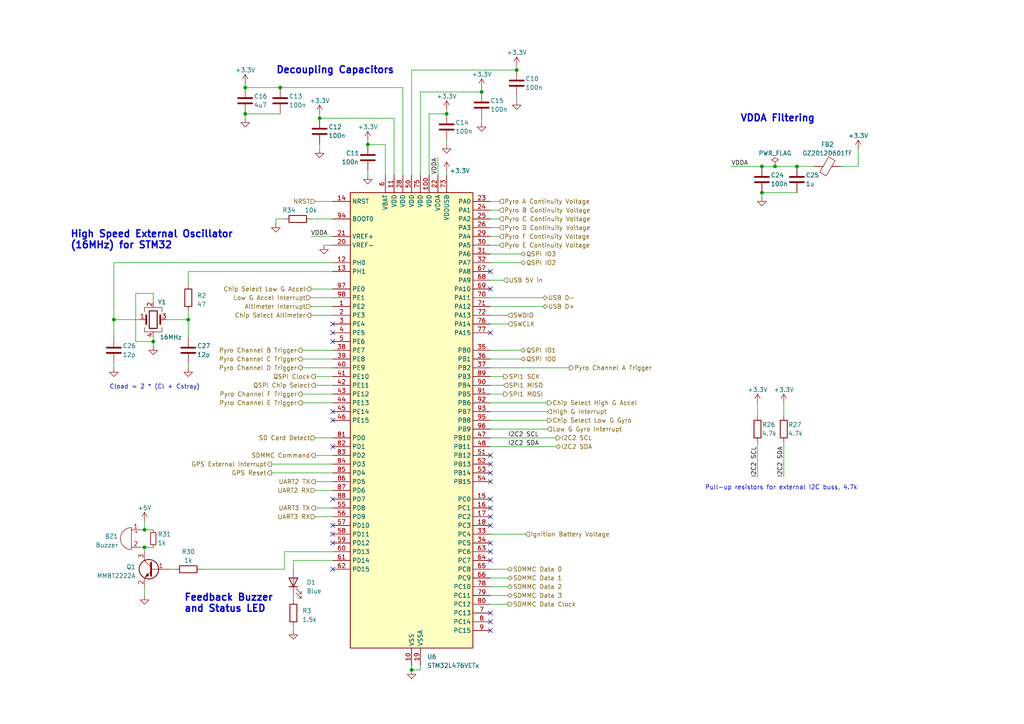
<source format=kicad_sch>
(kicad_sch (version 20230121) (generator eeschema)
  (paper "A4")
  (title_block (title "STM32 Microcontroller and Supporting Circuitry") (date "2023-09-29") (rev "1"))
  (lib_symbols
    (symbol "Device:Buzzer" (pin_names (offset 0.0254) hide)
      (property "Reference" "BZ" (at 3.81 1.27 0))
      (property "Value" "Buzzer" (at 3.81 -1.27 0))
      (symbol "Buzzer_0_1"
        (arc (start 0 -3.175) (mid 3.1612 0) (end 0 3.175))
        (polyline (pts (xy -1.651 1.905) (xy -1.143 1.905)))
        (polyline (pts (xy -1.397 2.159) (xy -1.397 1.651)))
        (polyline (pts (xy 0 3.175) (xy 0 -3.175)))
      )
      (symbol "Buzzer_1_1"
        (pin passive line (at -2.54 2.54 0) (length 2.54) (name "-") (number "1"))
        (pin passive line (at -2.54 -2.54 0) (length 2.54) (name "+") (number "2"))
      )
    )
    (symbol "Device:C" (pin_numbers hide) (pin_names (offset 0.254))
      (property "Reference" "C" (at 0.635 2.54 0))
      (property "Value" "C" (at 0.635 -2.54 0))
      (symbol "C_0_1"
        (polyline (pts (xy -2.032 -0.762) (xy 2.032 -0.762)) (stroke (width 0.508)))
        (polyline (pts (xy -2.032 0.762) (xy 2.032 0.762)) (stroke (width 0.508)))
      )
      (symbol "C_1_1"
        (pin passive line (at 0 3.81 270) (length 2.794) (name "~") (number "1"))
        (pin passive line (at 0 -3.81 90) (length 2.794) (name "~") (number "2"))
      )
    )
    (symbol "Device:Crystal_GND24" (pin_names (offset 1.016) hide)
      (property "Reference" "Y" (at 3.175 5.08 0))
      (property "Value" "Crystal_GND24" (at 3.175 3.175 0))
      (symbol "Crystal_GND24_0_1"
        (rectangle (start -1.143 2.54) (end 1.143 -2.54) (stroke (width 0.3048)))
        (polyline (pts (xy -2.54 0) (xy -2.032 0)))
        (polyline (pts (xy -2.032 -1.27) (xy -2.032 1.27)) (stroke (width 0.508)))
        (polyline (pts (xy 0 -3.81) (xy 0 -3.556)))
        (polyline (pts (xy 0 3.556) (xy 0 3.81)))
        (polyline (pts (xy 2.032 -1.27) (xy 2.032 1.27)) (stroke (width 0.508)))
        (polyline (pts (xy 2.032 0) (xy 2.54 0)))
        (polyline (pts (xy -2.54 -2.286) (xy -2.54 -3.556) (xy 2.54 -3.556) (xy 2.54 -2.286)))
        (polyline (pts (xy -2.54 2.286) (xy -2.54 3.556) (xy 2.54 3.556) (xy 2.54 2.286)))
      )
      (symbol "Crystal_GND24_1_1"
        (pin passive line (at -3.81 0 0) (length 1.27) (name "1") (number "1"))
        (pin passive line (at 0 5.08 270) (length 1.27) (name "2") (number "2"))
        (pin passive line (at 3.81 0 180) (length 1.27) (name "3") (number "3"))
        (pin passive line (at 0 -5.08 90) (length 1.27) (name "4") (number "4"))
      )
    )
    (symbol "Device:FerriteBead" (pin_numbers hide) (pin_names (offset 0))
      (property "Reference" "FB" (at -3.81 0.635 90))
      (property "Value" "FerriteBead" (at 3.81 0 90))
      (symbol "FerriteBead_0_1"
        (polyline (pts (xy 0 -1.27) (xy 0 -1.2192)))
        (polyline (pts (xy 0 1.27) (xy 0 1.2954)))
        (polyline (pts (xy -2.7686 0.4064) (xy -1.7018 2.2606) (xy 2.7686 -0.3048) (xy 1.6764 -2.159) (xy -2.7686 0.4064)))
      )
      (symbol "FerriteBead_1_1"
        (pin passive line (at 0 3.81 270) (length 2.54) (name "~") (number "1"))
        (pin passive line (at 0 -3.81 90) (length 2.54) (name "~") (number "2"))
      )
    )
    (symbol "Device:LED" (pin_numbers hide) (pin_names (offset 1.016) hide)
      (property "Reference" "D" (at 0 2.54 0))
      (property "Value" "LED" (at 0 -2.54 0))
      (symbol "LED_0_1"
        (polyline (pts (xy -1.27 -1.27) (xy -1.27 1.27)) (stroke (width 0.254)))
        (polyline (pts (xy -1.27 0) (xy 1.27 0)))
        (polyline (pts (xy 1.27 -1.27) (xy 1.27 1.27) (xy -1.27 0) (xy 1.27 -1.27)) (stroke (width 0.254)))
        (polyline (pts (xy -3.048 -0.762) (xy -4.572 -2.286) (xy -3.81 -2.286) (xy -4.572 -2.286) (xy -4.572 -1.524)))
        (polyline (pts (xy -1.778 -0.762) (xy -3.302 -2.286) (xy -2.54 -2.286) (xy -3.302 -2.286) (xy -3.302 -1.524)))
      )
      (symbol "LED_1_1"
        (pin passive line (at -3.81 0 0) (length 2.54) (name "K") (number "1"))
        (pin passive line (at 3.81 0 180) (length 2.54) (name "A") (number "2"))
      )
    )
    (symbol "Device:R" (pin_numbers hide) (pin_names (offset 0))
      (property "Reference" "R" (at 2.032 0 90))
      (property "Value" "R" (at 0 0 90))
      (symbol "R_0_1"
        (rectangle (start -1.016 -2.54) (end 1.016 2.54) (stroke (width 0.254)))
      )
      (symbol "R_1_1"
        (pin passive line (at 0 3.81 270) (length 1.27) (name "~") (number "1"))
        (pin passive line (at 0 -3.81 90) (length 1.27) (name "~") (number "2"))
      )
    )
    (symbol "Device:R_Small" (pin_numbers hide) (pin_names (offset 0.254) hide)
      (property "Reference" "R" (at 0.762 0.508 0))
      (property "Value" "R_Small" (at 0.762 -1.016 0))
      (symbol "R_Small_0_1"
        (rectangle (start -0.762 1.778) (end 0.762 -1.778) (stroke (width 0.2032)))
      )
      (symbol "R_Small_1_1"
        (pin passive line (at 0 2.54 270) (length 0.762) (name "~") (number "1"))
        (pin passive line (at 0 -2.54 90) (length 0.762) (name "~") (number "2"))
      )
    )
    (symbol "MCU_ST_STM32L4:STM32L476VETx"
      (property "Reference" "U" (at -17.78 67.31 0))
      (property "Value" "STM32L476VETx" (at 12.7 67.31 0))
      (symbol "STM32L476VETx_0_1"
        (rectangle (start -17.78 -66.04) (end 17.78 66.04) (stroke (width 0.254)) (fill (type background)))
      )
      (symbol "STM32L476VETx_1_1"
        (pin bidirectional line (at -22.86 33.02 0) (length 5.08) (name "PE2") (number "1"))
        (pin power_in line (at 0 -71.12 90) (length 5.08) (name "VSS") (number "10"))
        (pin power_in line (at 5.08 71.12 270) (length 5.08) (name "VDD") (number "100"))
        (pin power_in line (at -5.08 71.12 270) (length 5.08) (name "VDD") (number "11"))
        (pin bidirectional line (at -22.86 45.72 0) (length 5.08) (name "PH0") (number "12"))
        (pin bidirectional line (at -22.86 43.18 0) (length 5.08) (name "PH1") (number "13"))
        (pin input line (at -22.86 63.5 0) (length 5.08) (name "NRST") (number "14"))
        (pin bidirectional line (at 22.86 -22.86 180) (length 5.08) (name "PC0") (number "15"))
        (pin bidirectional line (at 22.86 -25.4 180) (length 5.08) (name "PC1") (number "16"))
        (pin bidirectional line (at 22.86 -27.94 180) (length 5.08) (name "PC2") (number "17"))
        (pin bidirectional line (at 22.86 -30.48 180) (length 5.08) (name "PC3") (number "18"))
        (pin power_in line (at 2.54 -71.12 90) (length 5.08) (name "VSSA") (number "19"))
        (pin bidirectional line (at -22.86 30.48 0) (length 5.08) (name "PE3") (number "2"))
        (pin input line (at -22.86 50.8 0) (length 5.08) (name "VREF-") (number "20"))
        (pin input line (at -22.86 53.34 0) (length 5.08) (name "VREF+") (number "21"))
        (pin power_in line (at 7.62 71.12 270) (length 5.08) (name "VDDA") (number "22"))
        (pin bidirectional line (at 22.86 63.5 180) (length 5.08) (name "PA0") (number "23"))
        (pin bidirectional line (at 22.86 60.96 180) (length 5.08) (name "PA1") (number "24"))
        (pin bidirectional line (at 22.86 58.42 180) (length 5.08) (name "PA2") (number "25"))
        (pin bidirectional line (at 22.86 55.88 180) (length 5.08) (name "PA3") (number "26"))
        (pin passive line (at 0 -71.12 90) (length 5.08) hide (name "VSS") (number "27"))
        (pin power_in line (at -2.54 71.12 270) (length 5.08) (name "VDD") (number "28"))
        (pin bidirectional line (at 22.86 53.34 180) (length 5.08) (name "PA4") (number "29"))
        (pin bidirectional line (at -22.86 27.94 0) (length 5.08) (name "PE4") (number "3"))
        (pin bidirectional line (at 22.86 50.8 180) (length 5.08) (name "PA5") (number "30"))
        (pin bidirectional line (at 22.86 48.26 180) (length 5.08) (name "PA6") (number "31"))
        (pin bidirectional line (at 22.86 45.72 180) (length 5.08) (name "PA7") (number "32"))
        (pin bidirectional line (at 22.86 -33.02 180) (length 5.08) (name "PC4") (number "33"))
        (pin bidirectional line (at 22.86 -35.56 180) (length 5.08) (name "PC5") (number "34"))
        (pin bidirectional line (at 22.86 20.32 180) (length 5.08) (name "PB0") (number "35"))
        (pin bidirectional line (at 22.86 17.78 180) (length 5.08) (name "PB1") (number "36"))
        (pin bidirectional line (at 22.86 15.24 180) (length 5.08) (name "PB2") (number "37"))
        (pin bidirectional line (at -22.86 20.32 0) (length 5.08) (name "PE7") (number "38"))
        (pin bidirectional line (at -22.86 17.78 0) (length 5.08) (name "PE8") (number "39"))
        (pin bidirectional line (at -22.86 25.4 0) (length 5.08) (name "PE5") (number "4"))
        (pin bidirectional line (at -22.86 15.24 0) (length 5.08) (name "PE9") (number "40"))
        (pin bidirectional line (at -22.86 12.7 0) (length 5.08) (name "PE10") (number "41"))
        (pin bidirectional line (at -22.86 10.16 0) (length 5.08) (name "PE11") (number "42"))
        (pin bidirectional line (at -22.86 7.62 0) (length 5.08) (name "PE12") (number "43"))
        (pin bidirectional line (at -22.86 5.08 0) (length 5.08) (name "PE13") (number "44"))
        (pin bidirectional line (at -22.86 2.54 0) (length 5.08) (name "PE14") (number "45"))
        (pin bidirectional line (at -22.86 0 0) (length 5.08) (name "PE15") (number "46"))
        (pin bidirectional line (at 22.86 -5.08 180) (length 5.08) (name "PB10") (number "47"))
        (pin bidirectional line (at 22.86 -7.62 180) (length 5.08) (name "PB11") (number "48"))
        (pin passive line (at 0 -71.12 90) (length 5.08) hide (name "VSS") (number "49"))
        (pin bidirectional line (at -22.86 22.86 0) (length 5.08) (name "PE6") (number "5"))
        (pin power_in line (at 0 71.12 270) (length 5.08) (name "VDD") (number "50"))
        (pin bidirectional line (at 22.86 -10.16 180) (length 5.08) (name "PB12") (number "51"))
        (pin bidirectional line (at 22.86 -12.7 180) (length 5.08) (name "PB13") (number "52"))
        (pin bidirectional line (at 22.86 -15.24 180) (length 5.08) (name "PB14") (number "53"))
        (pin bidirectional line (at 22.86 -17.78 180) (length 5.08) (name "PB15") (number "54"))
        (pin bidirectional line (at -22.86 -25.4 0) (length 5.08) (name "PD8") (number "55"))
        (pin bidirectional line (at -22.86 -27.94 0) (length 5.08) (name "PD9") (number "56"))
        (pin bidirectional line (at -22.86 -30.48 0) (length 5.08) (name "PD10") (number "57"))
        (pin bidirectional line (at -22.86 -33.02 0) (length 5.08) (name "PD11") (number "58"))
        (pin bidirectional line (at -22.86 -35.56 0) (length 5.08) (name "PD12") (number "59"))
        (pin power_in line (at -7.62 71.12 270) (length 5.08) (name "VBAT") (number "6"))
        (pin bidirectional line (at -22.86 -38.1 0) (length 5.08) (name "PD13") (number "60"))
        (pin bidirectional line (at -22.86 -40.64 0) (length 5.08) (name "PD14") (number "61"))
        (pin bidirectional line (at -22.86 -43.18 0) (length 5.08) (name "PD15") (number "62"))
        (pin bidirectional line (at 22.86 -38.1 180) (length 5.08) (name "PC6") (number "63"))
        (pin bidirectional line (at 22.86 -40.64 180) (length 5.08) (name "PC7") (number "64"))
        (pin bidirectional line (at 22.86 -43.18 180) (length 5.08) (name "PC8") (number "65"))
        (pin bidirectional line (at 22.86 -45.72 180) (length 5.08) (name "PC9") (number "66"))
        (pin bidirectional line (at 22.86 43.18 180) (length 5.08) (name "PA8") (number "67"))
        (pin bidirectional line (at 22.86 40.64 180) (length 5.08) (name "PA9") (number "68"))
        (pin bidirectional line (at 22.86 38.1 180) (length 5.08) (name "PA10") (number "69"))
        (pin bidirectional line (at 22.86 -55.88 180) (length 5.08) (name "PC13") (number "7"))
        (pin bidirectional line (at 22.86 35.56 180) (length 5.08) (name "PA11") (number "70"))
        (pin bidirectional line (at 22.86 33.02 180) (length 5.08) (name "PA12") (number "71"))
        (pin bidirectional line (at 22.86 30.48 180) (length 5.08) (name "PA13") (number "72"))
        (pin power_in line (at 10.16 71.12 270) (length 5.08) (name "VDDUSB") (number "73"))
        (pin passive line (at 0 -71.12 90) (length 5.08) hide (name "VSS") (number "74"))
        (pin power_in line (at 2.54 71.12 270) (length 5.08) (name "VDD") (number "75"))
        (pin bidirectional line (at 22.86 27.94 180) (length 5.08) (name "PA14") (number "76"))
        (pin bidirectional line (at 22.86 25.4 180) (length 5.08) (name "PA15") (number "77"))
        (pin bidirectional line (at 22.86 -48.26 180) (length 5.08) (name "PC10") (number "78"))
        (pin bidirectional line (at 22.86 -50.8 180) (length 5.08) (name "PC11") (number "79"))
        (pin bidirectional line (at 22.86 -58.42 180) (length 5.08) (name "PC14") (number "8"))
        (pin bidirectional line (at 22.86 -53.34 180) (length 5.08) (name "PC12") (number "80"))
        (pin bidirectional line (at -22.86 -5.08 0) (length 5.08) (name "PD0") (number "81"))
        (pin bidirectional line (at -22.86 -7.62 0) (length 5.08) (name "PD1") (number "82"))
        (pin bidirectional line (at -22.86 -10.16 0) (length 5.08) (name "PD2") (number "83"))
        (pin bidirectional line (at -22.86 -12.7 0) (length 5.08) (name "PD3") (number "84"))
        (pin bidirectional line (at -22.86 -15.24 0) (length 5.08) (name "PD4") (number "85"))
        (pin bidirectional line (at -22.86 -17.78 0) (length 5.08) (name "PD5") (number "86"))
        (pin bidirectional line (at -22.86 -20.32 0) (length 5.08) (name "PD6") (number "87"))
        (pin bidirectional line (at -22.86 -22.86 0) (length 5.08) (name "PD7") (number "88"))
        (pin bidirectional line (at 22.86 12.7 180) (length 5.08) (name "PB3") (number "89"))
        (pin bidirectional line (at 22.86 -60.96 180) (length 5.08) (name "PC15") (number "9"))
        (pin bidirectional line (at 22.86 10.16 180) (length 5.08) (name "PB4") (number "90"))
        (pin bidirectional line (at 22.86 7.62 180) (length 5.08) (name "PB5") (number "91"))
        (pin bidirectional line (at 22.86 5.08 180) (length 5.08) (name "PB6") (number "92"))
        (pin bidirectional line (at 22.86 2.54 180) (length 5.08) (name "PB7") (number "93"))
        (pin input line (at -22.86 58.42 0) (length 5.08) (name "BOOT0") (number "94"))
        (pin bidirectional line (at 22.86 0 180) (length 5.08) (name "PB8") (number "95"))
        (pin bidirectional line (at 22.86 -2.54 180) (length 5.08) (name "PB9") (number "96"))
        (pin bidirectional line (at -22.86 38.1 0) (length 5.08) (name "PE0") (number "97"))
        (pin bidirectional line (at -22.86 35.56 0) (length 5.08) (name "PE1") (number "98"))
        (pin passive line (at 0 -71.12 90) (length 5.08) hide (name "VSS") (number "99"))
      )
    )
    (symbol "Transistor_BJT:MMBT3904" (pin_names (offset 0) hide)
      (property "Reference" "Q" (at 5.08 1.905 0))
      (property "Value" "MMBT3904" (at 5.08 0 0))
      (symbol "MMBT3904_0_1"
        (polyline (pts (xy 0.635 0.635) (xy 2.54 2.54)))
        (polyline (pts (xy 0.635 -0.635) (xy 2.54 -2.54) (xy 2.54 -2.54)))
        (polyline (pts (xy 0.635 1.905) (xy 0.635 -1.905) (xy 0.635 -1.905)) (stroke (width 0.508)))
        (polyline (pts (xy 1.27 -1.778) (xy 1.778 -1.27) (xy 2.286 -2.286) (xy 1.27 -1.778) (xy 1.27 -1.778)) (fill (type outline)))
        (circle (center 1.27 0) (radius 2.8194) (stroke (width 0.254)))
      )
      (symbol "MMBT3904_1_1"
        (pin input line (at -5.08 0 0) (length 5.715) (name "B") (number "1"))
        (pin passive line (at 2.54 -5.08 90) (length 2.54) (name "E") (number "2"))
        (pin passive line (at 2.54 5.08 270) (length 2.54) (name "C") (number "3"))
      )
    )
    (symbol "power:+3.3V" (power) (pin_names (offset 0))
      (property "Value" "+3.3V" (at 0 3.556 0))
      (symbol "+3.3V_0_1"
        (polyline (pts (xy -0.762 1.27) (xy 0 2.54)))
        (polyline (pts (xy 0 0) (xy 0 2.54)))
        (polyline (pts (xy 0 2.54) (xy 0.762 1.27)))
      )
      (symbol "+3.3V_1_1"
        (pin power_in line (at 0 0 90) (length 0) hide (name "+3.3V") (number "1"))
      )
    )
    (symbol "power:+5V" (power) (pin_names (offset 0))
      (property "Value" "+5V" (at 0 3.556 0))
      (symbol "+5V_0_1"
        (polyline (pts (xy -0.762 1.27) (xy 0 2.54)))
        (polyline (pts (xy 0 0) (xy 0 2.54)))
        (polyline (pts (xy 0 2.54) (xy 0.762 1.27)))
      )
      (symbol "+5V_1_1"
        (pin power_in line (at 0 0 90) (length 0) hide (name "+5V") (number "1"))
      )
    )
    (symbol "power:GND" (power) (pin_names (offset 0))
      (property "Value" "GND" (at 0 -3.81 0))
      (symbol "GND_0_1"
        (polyline (pts (xy 0 0) (xy 0 -1.27) (xy 1.27 -1.27) (xy 0 -2.54) (xy -1.27 -1.27) (xy 0 -1.27)))
      )
      (symbol "GND_1_1"
        (pin power_in line (at 0 0 270) (length 0) hide (name "GND") (number "1"))
      )
    )
    (symbol "power:PWR_FLAG" (power) (pin_numbers hide) (pin_names (offset 0) hide)
      (property "Value" "PWR_FLAG" (at 0 3.81 0))
      (symbol "PWR_FLAG_0_0"
        (pin power_out line (at 0 0 90) (length 0) (name "pwr") (number "1"))
      )
      (symbol "PWR_FLAG_0_1"
        (polyline (pts (xy 0 0) (xy 0 1.27) (xy -1.016 1.905) (xy 0 2.54) (xy 1.016 1.905) (xy 0 1.27)))
      )
    )
  )
  (junction (at 71.12 25.4))
  (junction (at 231.14 48.26))
  (junction (at 224.79 48.26))
  (junction (at 139.7 26.67))
  (junction (at 119.38 194.31))
  (junction (at 33.02 92.71))
  (junction (at 220.98 48.26))
  (junction (at 41.91 153.67))
  (junction (at 81.28 25.4))
  (junction (at 129.54 33.02))
  (junction (at 106.68 41.91))
  (junction (at 220.98 55.88))
  (junction (at 71.12 33.02))
  (junction (at 41.91 158.75))
  (junction (at 149.86 20.32))
  (junction (at 44.45 99.06))
  (junction (at 54.61 92.71))
  (junction (at 92.71 34.29))
  (no_connect (at 96.52 154.94))
  (no_connect (at 96.52 93.98))
  (no_connect (at 142.24 144.78))
  (no_connect (at 142.24 180.34))
  (no_connect (at 142.24 162.56))
  (no_connect (at 96.52 165.1))
  (no_connect (at 142.24 177.8))
  (no_connect (at 142.24 149.86))
  (no_connect (at 96.52 121.92))
  (no_connect (at 96.52 119.38))
  (no_connect (at 142.24 132.08))
  (no_connect (at 142.24 78.74))
  (no_connect (at 142.24 96.52))
  (no_connect (at 142.24 137.16))
  (no_connect (at 96.52 99.06))
  (no_connect (at 142.24 182.88))
  (no_connect (at 142.24 134.62))
  (no_connect (at 142.24 152.4))
  (no_connect (at 96.52 152.4))
  (no_connect (at 96.52 157.48))
  (no_connect (at 142.24 157.48))
  (no_connect (at 142.24 83.82))
  (no_connect (at 96.52 96.52))
  (no_connect (at 96.52 144.78))
  (no_connect (at 96.52 129.54))
  (no_connect (at 142.24 139.7))
  (no_connect (at 142.24 160.02))
  (no_connect (at 142.24 147.32))
  (wire (pts (xy 111.76 41.91) (xy 106.68 41.91)))
  (wire (pts (xy 121.92 193.04) (xy 121.92 194.31)))
  (wire (pts (xy 224.79 48.26) (xy 231.14 48.26)))
  (wire (pts (xy 149.86 27.94) (xy 149.86 29.21)))
  (wire (pts (xy 142.24 119.38) (xy 158.75 119.38)))
  (wire (pts (xy 92.71 41.91) (xy 92.71 43.18)))
  (wire (pts (xy 91.44 149.86) (xy 96.52 149.86)))
  (wire (pts (xy 142.24 71.12) (xy 144.78 71.12)))
  (wire (pts (xy 71.12 33.02) (xy 81.28 33.02)))
  (wire (pts (xy 90.17 63.5) (xy 96.52 63.5)))
  (wire (pts (xy 227.33 128.27) (xy 227.33 138.43)))
  (wire (pts (xy 121.92 50.8) (xy 121.92 26.67)))
  (wire (pts (xy 114.3 34.29) (xy 92.71 34.29)))
  (wire (pts (xy 142.24 104.14) (xy 151.13 104.14)))
  (wire (pts (xy 121.92 26.67) (xy 139.7 26.67)))
  (wire (pts (xy 41.91 170.18) (xy 41.91 172.72)))
  (wire (pts (xy 227.33 116.84) (xy 227.33 120.65)))
  (wire (pts (xy 142.24 109.22) (xy 146.05 109.22)))
  (wire (pts (xy 142.24 111.76) (xy 146.05 111.76)))
  (wire (pts (xy 54.61 78.74) (xy 54.61 82.55)))
  (wire (pts (xy 78.74 137.16) (xy 96.52 137.16)))
  (wire (pts (xy 91.44 58.42) (xy 96.52 58.42)))
  (wire (pts (xy 231.14 48.26) (xy 236.22 48.26)))
  (wire (pts (xy 149.86 19.05) (xy 149.86 20.32)))
  (wire (pts (xy 142.24 76.2) (xy 151.13 76.2)))
  (wire (pts (xy 142.24 127) (xy 161.29 127)))
  (wire (pts (xy 33.02 105.41) (xy 33.02 106.68)))
  (wire (pts (xy 71.12 25.4) (xy 81.28 25.4)))
  (wire (pts (xy 82.55 160.02) (xy 96.52 160.02)))
  (wire (pts (xy 220.98 48.26) (xy 224.79 48.26)))
  (wire (pts (xy 40.64 153.67) (xy 41.91 153.67)))
  (wire (pts (xy 80.01 63.5) (xy 80.01 64.77)))
  (wire (pts (xy 220.98 55.88) (xy 231.14 55.88)))
  (wire (pts (xy 142.24 66.04) (xy 144.78 66.04)))
  (wire (pts (xy 44.45 99.06) (xy 44.45 100.33)))
  (wire (pts (xy 44.45 87.63) (xy 44.45 85.09)))
  (wire (pts (xy 91.44 139.7) (xy 96.52 139.7)))
  (wire (pts (xy 147.32 93.98) (xy 142.24 93.98)))
  (wire (pts (xy 129.54 31.75) (xy 129.54 33.02)))
  (wire (pts (xy 220.98 55.88) (xy 220.98 57.15)))
  (wire (pts (xy 41.91 151.13) (xy 41.91 153.67)))
  (wire (pts (xy 33.02 76.2) (xy 33.02 92.71)))
  (wire (pts (xy 91.44 132.08) (xy 96.52 132.08)))
  (wire (pts (xy 85.09 172.72) (xy 85.09 173.99)))
  (wire (pts (xy 121.92 194.31) (xy 119.38 194.31)))
  (wire (pts (xy 142.24 167.64) (xy 147.32 167.64)))
  (wire (pts (xy 90.17 88.9) (xy 96.52 88.9)))
  (wire (pts (xy 142.24 129.54) (xy 161.29 129.54)))
  (wire (pts (xy 48.26 92.71) (xy 54.61 92.71)))
  (wire (pts (xy 142.24 86.36) (xy 157.48 86.36)))
  (wire (pts (xy 91.44 147.32) (xy 96.52 147.32)))
  (wire (pts (xy 41.91 158.75) (xy 40.64 158.75)))
  (wire (pts (xy 41.91 158.75) (xy 41.91 160.02)))
  (wire (pts (xy 142.24 106.68) (xy 165.1 106.68)))
  (wire (pts (xy 114.3 34.29) (xy 114.3 50.8)))
  (wire (pts (xy 87.63 116.84) (xy 96.52 116.84)))
  (wire (pts (xy 116.84 25.4) (xy 116.84 50.8)))
  (wire (pts (xy 39.37 99.06) (xy 44.45 99.06)))
  (wire (pts (xy 119.38 20.32) (xy 119.38 50.8)))
  (wire (pts (xy 142.24 68.58) (xy 144.78 68.58)))
  (wire (pts (xy 82.55 63.5) (xy 80.01 63.5)))
  (wire (pts (xy 116.84 25.4) (xy 81.28 25.4)))
  (wire (pts (xy 90.17 68.58) (xy 96.52 68.58)))
  (wire (pts (xy 129.54 40.64) (xy 129.54 41.91)))
  (wire (pts (xy 139.7 34.29) (xy 139.7 35.56)))
  (wire (pts (xy 142.24 124.46) (xy 158.75 124.46)))
  (wire (pts (xy 106.68 40.64) (xy 106.68 41.91)))
  (wire (pts (xy 96.52 162.56) (xy 85.09 162.56)))
  (wire (pts (xy 54.61 90.17) (xy 54.61 92.71)))
  (wire (pts (xy 71.12 33.02) (xy 71.12 34.29)))
  (wire (pts (xy 142.24 73.66) (xy 151.13 73.66)))
  (wire (pts (xy 142.24 114.3) (xy 146.05 114.3)))
  (wire (pts (xy 50.8 165.1) (xy 49.53 165.1)))
  (wire (pts (xy 147.32 91.44) (xy 142.24 91.44)))
  (wire (pts (xy 85.09 162.56) (xy 85.09 165.1)))
  (wire (pts (xy 212.09 48.26) (xy 220.98 48.26)))
  (wire (pts (xy 87.63 104.14) (xy 96.52 104.14)))
  (wire (pts (xy 82.55 165.1) (xy 82.55 160.02)))
  (wire (pts (xy 91.44 127) (xy 96.52 127)))
  (wire (pts (xy 44.45 97.79) (xy 44.45 99.06)))
  (wire (pts (xy 129.54 49.53) (xy 129.54 50.8)))
  (wire (pts (xy 71.12 24.13) (xy 71.12 25.4)))
  (wire (pts (xy 142.24 170.18) (xy 147.32 170.18)))
  (wire (pts (xy 54.61 78.74) (xy 96.52 78.74)))
  (wire (pts (xy 90.17 86.36) (xy 96.52 86.36)))
  (wire (pts (xy 219.71 116.84) (xy 219.71 120.65)))
  (wire (pts (xy 91.44 111.76) (xy 96.52 111.76)))
  (wire (pts (xy 248.92 43.18) (xy 248.92 48.26)))
  (wire (pts (xy 124.46 50.8) (xy 124.46 33.02)))
  (wire (pts (xy 33.02 92.71) (xy 33.02 97.79)))
  (wire (pts (xy 142.24 101.6) (xy 151.13 101.6)))
  (wire (pts (xy 44.45 85.09) (xy 39.37 85.09)))
  (wire (pts (xy 78.74 134.62) (xy 96.52 134.62)))
  (wire (pts (xy 142.24 154.94) (xy 152.4 154.94)))
  (wire (pts (xy 219.71 128.27) (xy 219.71 138.43)))
  (wire (pts (xy 119.38 20.32) (xy 149.86 20.32)))
  (wire (pts (xy 91.44 109.22) (xy 96.52 109.22)))
  (wire (pts (xy 33.02 76.2) (xy 96.52 76.2)))
  (wire (pts (xy 142.24 172.72) (xy 147.32 172.72)))
  (wire (pts (xy 44.45 158.75) (xy 41.91 158.75)))
  (wire (pts (xy 111.76 41.91) (xy 111.76 50.8)))
  (wire (pts (xy 85.09 181.61) (xy 85.09 182.88)))
  (wire (pts (xy 93.98 71.12) (xy 96.52 71.12)))
  (wire (pts (xy 91.44 142.24) (xy 96.52 142.24)))
  (wire (pts (xy 90.17 83.82) (xy 96.52 83.82)))
  (wire (pts (xy 142.24 63.5) (xy 144.78 63.5)))
  (wire (pts (xy 54.61 105.41) (xy 54.61 106.68)))
  (wire (pts (xy 142.24 81.28) (xy 146.05 81.28)))
  (wire (pts (xy 142.24 116.84) (xy 158.75 116.84)))
  (wire (pts (xy 142.24 88.9) (xy 157.48 88.9)))
  (wire (pts (xy 90.17 91.44) (xy 96.52 91.44)))
  (wire (pts (xy 139.7 25.4) (xy 139.7 26.67)))
  (wire (pts (xy 87.63 114.3) (xy 96.52 114.3)))
  (wire (pts (xy 124.46 33.02) (xy 129.54 33.02)))
  (wire (pts (xy 119.38 193.04) (xy 119.38 194.31)))
  (wire (pts (xy 39.37 85.09) (xy 39.37 99.06)))
  (wire (pts (xy 142.24 121.92) (xy 158.75 121.92)))
  (wire (pts (xy 142.24 165.1) (xy 147.32 165.1)))
  (wire (pts (xy 40.64 92.71) (xy 33.02 92.71)))
  (wire (pts (xy 142.24 175.26) (xy 147.32 175.26)))
  (wire (pts (xy 87.63 106.68) (xy 96.52 106.68)))
  (wire (pts (xy 92.71 33.02) (xy 92.71 34.29)))
  (wire (pts (xy 44.45 153.67) (xy 41.91 153.67)))
  (wire (pts (xy 127 45.72) (xy 127 50.8)))
  (wire (pts (xy 87.63 101.6) (xy 96.52 101.6)))
  (wire (pts (xy 106.68 49.53) (xy 106.68 50.8)))
  (wire (pts (xy 54.61 92.71) (xy 54.61 97.79)))
  (wire (pts (xy 243.84 48.26) (xy 248.92 48.26)))
  (wire (pts (xy 142.24 60.96) (xy 144.78 60.96)))
  (wire (pts (xy 142.24 58.42) (xy 144.78 58.42)))
  (wire (pts (xy 58.42 165.1) (xy 82.55 165.1)))
  (text "Pull-up resistors for external I2C buss, 4.7k" (at 204.47 142.24 0) (effects (font (size 1.27 1.27)) (justify left bottom)))
  (text "Decoupling Capacitors" (at 80.01 21.59 0) (effects (font (size 2 2) (thickness 0.4) bold) (justify left bottom)))
  (text "VDDA Filtering" (at 214.63 35.56 0) (effects (font (size 2 2) (thickness 0.4) bold) (justify left bottom)))
  (text "Feedback Buzzer\nand Status LED" (at 53.34 177.8 0) (effects (font (size 2 2) (thickness 0.4) bold) (justify left bottom)))
  (text "High Speed External Oscillator\n(16MHz) for STM32" (at 20.32 72.39 0) (effects (font (size 2 2) (thickness 0.4) bold) (justify left bottom)))
  (text "Cload = 2 * (Cl + Cstray)" (at 31.75 113.03 0) (effects (font (size 1.27 1.27)) (justify left bottom)))
  (label "I2C2 SCL" (at 147.32 127 0))
  (label "VDDA" (at 212.09 48.26 0))
  (label "I2C2 SDA" (at 227.33 138.43 90))
  (label "VDDA" (at 90.17 68.58 0))
  (label "I2C2 SCL" (at 219.71 138.43 90))
  (label "VDDA" (at 127 45.72 270))
  (label "I2C2 SDA" (at 147.32 129.54 0))
  (hierarchical_label "SPI1 MISO" (shape input) (at 146.05 111.76 0))
  (hierarchical_label "Ignition Battery Voltage" (shape input) (at 152.4 154.94 0))
  (hierarchical_label "SWDIO" (shape input) (at 147.32 91.44 0))
  (hierarchical_label "NRST" (shape input) (at 91.44 58.42 180))
  (hierarchical_label "UART2 TX" (shape output) (at 91.44 139.7 180))
  (hierarchical_label "Altimeter Interrupt" (shape input) (at 90.17 88.9 180))
  (hierarchical_label "SDMMC Data Clock" (shape output) (at 147.32 175.26 0))
  (hierarchical_label "Pyro Channel B Trigger" (shape output) (at 87.63 101.6 180))
  (hierarchical_label "GPS External Interrupt" (shape output) (at 78.74 134.62 180))
  (hierarchical_label "Pyro B Continuity Voltage" (shape input) (at 144.78 60.96 0))
  (hierarchical_label "SDMMC Command" (shape output) (at 91.44 132.08 180))
  (hierarchical_label "I2C2 SDA" (shape bidirectional) (at 161.29 129.54 0))
  (hierarchical_label "SWCLK" (shape input) (at 147.32 93.98 0))
  (hierarchical_label "QSPI IO1" (shape bidirectional) (at 151.13 101.6 0))
  (hierarchical_label "Pyro Channel C Trigger" (shape output) (at 87.63 104.14 180))
  (hierarchical_label "SD Card Detect" (shape input) (at 91.44 127 180))
  (hierarchical_label "Chip Select Altimeter" (shape output) (at 90.17 91.44 180))
  (hierarchical_label "Pyro Channel A Trigger" (shape output) (at 165.1 106.68 0))
  (hierarchical_label "UART2 RX" (shape input) (at 91.44 142.24 180))
  (hierarchical_label "I2C2 SCL" (shape output) (at 161.29 127 0))
  (hierarchical_label "SDMMC Data 1" (shape bidirectional) (at 147.32 167.64 0))
  (hierarchical_label "UART3 RX" (shape input) (at 91.44 149.86 180))
  (hierarchical_label "GPS Reset" (shape output) (at 78.74 137.16 180))
  (hierarchical_label "USB D-" (shape bidirectional) (at 157.48 86.36 0))
  (hierarchical_label "Pyro F Continuity Voltage" (shape input) (at 144.78 68.58 0))
  (hierarchical_label "SDMMC Data 0" (shape bidirectional) (at 147.32 165.1 0))
  (hierarchical_label "QSPI IO2" (shape bidirectional) (at 151.13 76.2 0))
  (hierarchical_label "Pyro D Continuity Voltage" (shape input) (at 144.78 66.04 0))
  (hierarchical_label "Chip Select High G Accel" (shape output) (at 158.75 116.84 0))
  (hierarchical_label "SPI1 SCK" (shape output) (at 146.05 109.22 0))
  (hierarchical_label "Low G Gyro Interrupt" (shape input) (at 158.75 124.46 0))
  (hierarchical_label "QSPI IO3" (shape bidirectional) (at 151.13 73.66 0))
  (hierarchical_label "SDMMC Data 2" (shape bidirectional) (at 147.32 170.18 0))
  (hierarchical_label "Chip Select Low G Accel" (shape output) (at 90.17 83.82 180))
  (hierarchical_label "Pyro Channel F Trigger" (shape output) (at 87.63 114.3 180))
  (hierarchical_label "QSPI Clock" (shape output) (at 91.44 109.22 180))
  (hierarchical_label "UART3 TX" (shape output) (at 91.44 147.32 180))
  (hierarchical_label "SDMMC Data 3" (shape bidirectional) (at 147.32 172.72 0))
  (hierarchical_label "SPI1 MOSI" (shape output) (at 146.05 114.3 0))
  (hierarchical_label "Low G Accel Interrupt" (shape input) (at 90.17 86.36 180))
  (hierarchical_label "Chip Select Low G Gyro" (shape output) (at 158.75 121.92 0))
  (hierarchical_label "High G Interrupt" (shape input) (at 158.75 119.38 0))
  (hierarchical_label "Pyro A Continuity Voltage" (shape input) (at 144.78 58.42 0))
  (hierarchical_label "USB 5V in" (shape input) (at 146.05 81.28 0))
  (hierarchical_label "USB D+" (shape bidirectional) (at 157.48 88.9 0))
  (hierarchical_label "QSPI Chip Select" (shape output) (at 91.44 111.76 180))
  (hierarchical_label "Pyro C Continuity Voltage" (shape input) (at 144.78 63.5 0))
  (hierarchical_label "Pyro E Continuity Voltage" (shape input) (at 144.78 71.12 0))
  (hierarchical_label "Pyro Channel E Trigger" (shape output) (at 87.63 116.84 180))
  (hierarchical_label "QSPI IO0" (shape bidirectional) (at 151.13 104.14 0))
  (hierarchical_label "Pyro Channel D Trigger" (shape output) (at 87.63 106.68 180))
  (symbol (lib_id "power:+5V") (at 41.91 151.13 0) (mirror y) (unit 1)
    (property "Reference" "#PWR082" (effects hide))
    (property "Value" "+5V" (at 41.91 147.32 0))
  )
  (symbol (lib_id "power:GND") (at 85.09 182.88 0) (unit 1)
    (property "Reference" "#PWR025" (effects hide))
    (property "Value" "GND" (effects hide))
    (instances (project "Flight Computer" (path "" (reference "#PWR025") (unit 1)) (path "" (reference "#PWR028") (unit 1))))
  )
  (symbol (lib_id "MCU_ST_STM32L4:STM32L476VETx") (at 119.38 121.92 0) (unit 1)
    (property "Reference" "U6" (at 123.8759 190.5 0) (effects (justify left)))
    (property "Value" "STM32L476VETx" (at 123.8759 193.04 0) (effects (justify left)))
    (property "Footprint" "Package_QFP:LQFP-100_14x14mm_P0.5mm" (effects hide))
    (property "Datasheet" "https://www.st.com/resource/en/datasheet/stm32l476ve.pdf" (effects hide))
    (instances (project "Flight Computer" (path "" (reference "U6") (unit 1)) (path "" (reference "U1") (unit 1))))
  )
  (symbol (lib_id "power:PWR_FLAG") (at 224.79 48.26 0) (unit 1)
    (property "Reference" "#FLG02" (effects hide))
    (property "Value" "PWR_FLAG" (at 224.79 44.45 0))
  )
  (symbol (lib_id "Device:R") (at 219.71 124.46 0) (unit 1)
    (property "Reference" "R26" (at 220.98 123.19 0) (effects (justify left)))
    (property "Value" "4.7k" (at 220.98 125.73 0) (effects (justify left)))
    (property "Footprint" "Resistor_SMD:R_0402_1005Metric" (effects hide))
  )
  (symbol (lib_id "Device:R") (at 86.36 63.5 90) (unit 1)
    (property "Reference" "R34" (at 83.82 60.96 90))
    (property "Value" "10k" (at 90.17 60.96 90))
    (property "Footprint" "Resistor_SMD:R_0402_1005Metric" (effects hide))
    (instances (project "Flight Computer" (path "" (reference "R34") (unit 1)) (path "" (reference "R3") (unit 1))))
  )
  (symbol (lib_id "power:GND") (at 33.02 106.68 0) (unit 1)
    (property "Reference" "#PWR074" (effects hide))
    (property "Value" "GND" (effects hide))
    (instances (project "Flight Computer" (path "" (reference "#PWR074") (unit 1)) (path "" (reference "#PWR08") (unit 1))))
  )
  (symbol (lib_id "power:GND") (at 129.54 41.91 0) (unit 1)
    (property "Reference" "#PWR014" (effects hide))
    (property "Value" "GND" (effects hide))
  )
  (symbol (lib_id "Device:C") (at 54.61 101.6 0) (unit 1)
    (property "Reference" "C27" (at 57.15 100.33 0) (effects (justify left)))
    (property "Value" "12p" (at 57.15 102.87 0) (effects (justify left)))
    (property "Footprint" "Capacitor_SMD:C_0402_1005Metric" (effects hide))
    (instances (project "Flight Computer" (path "" (reference "C27") (unit 1)) (path "" (reference "C10") (unit 1))))
  )
  (symbol (lib_id "Device:R") (at 54.61 165.1 270) (mirror x) (unit 1)
    (property "Reference" "R30" (at 54.61 160.02 90))
    (property "Value" "1k" (at 54.61 162.56 90))
    (property "Footprint" "Resistor_SMD:R_0603_1608Metric" (effects hide))
    (instances (project "Flight Computer" (path "" (reference "R30") (unit 1)) (path "" (reference "R18") (unit 1))))
  )
  (symbol (lib_id "Device:C") (at 106.68 45.72 0) (unit 1)
    (property "Reference" "C11" (at 100.33 44.45 0) (effects (justify left)))
    (property "Value" "100n" (at 99.06 46.99 0) (effects (justify left)))
    (property "Footprint" "Capacitor_SMD:C_0402_1005Metric" (effects hide))
    (instances (project "Flight Computer" (path "" (reference "C11") (unit 1)) (path "" (reference "C12") (unit 1))))
  )
  (symbol (lib_id "Device:R") (at 54.61 86.36 0) (unit 1)
    (property "Reference" "R2" (at 57.15 85.725 0) (effects (justify left)))
    (property "Value" "47" (at 57.15 88.265 0) (effects (justify left)))
    (property "Footprint" "Resistor_SMD:R_0603_1608Metric" (effects hide))
  )
  (symbol (lib_id "Device:C") (at 81.28 29.21 0) (unit 1)
    (property "Reference" "C13" (at 83.82 27.94 0) (effects (justify left)))
    (property "Value" "100n" (at 83.82 30.48 0) (effects (justify left)))
    (property "Footprint" "Capacitor_SMD:C_0402_1005Metric" (effects hide))
    (instances (project "Flight Computer" (path "" (reference "C13") (unit 1)) (path "" (reference "C9") (unit 1))))
  )
  (symbol (lib_id "power:GND") (at 54.61 106.68 0) (unit 1)
    (property "Reference" "#PWR073" (effects hide))
    (property "Value" "GND" (effects hide))
    (instances (project "Flight Computer" (path "" (reference "#PWR073") (unit 1)) (path "" (reference "#PWR026") (unit 1))))
  )
  (symbol (lib_id "Device:C") (at 33.02 101.6 0) (unit 1)
    (property "Reference" "C26" (at 35.56 100.33 0) (effects (justify left)))
    (property "Value" "12p" (at 35.56 102.87 0) (effects (justify left)))
    (property "Footprint" "Capacitor_SMD:C_0402_1005Metric" (effects hide))
    (instances (project "Flight Computer" (path "" (reference "C26") (unit 1)) (path "" (reference "C6") (unit 1))))
  )
  (symbol (lib_id "power:GND") (at 80.01 64.77 0) (unit 1)
    (property "Reference" "#PWR030" (effects hide))
    (property "Value" "GND" (effects hide))
    (instances (project "Flight Computer" (path "" (reference "#PWR030") (unit 1)) (path "" (reference "#PWR027") (unit 1))))
  )
  (symbol (lib_id "Device:Crystal_GND24") (at 44.45 92.71 0) (unit 1)
    (property "Reference" "Y1" (at 46.99 87.63 0))
    (property "Value" "16MHz" (at 49.53 97.79 0))
    (property "Footprint" "Crystal:Crystal_SMD_3225-4Pin_3.2x2.5mm" (effects hide))
  )
  (symbol (lib_id "Device:C") (at 220.98 52.07 0) (unit 1)
    (property "Reference" "C24" (at 223.52 50.8 0) (effects (justify left)))
    (property "Value" "100n" (at 223.52 53.34 0) (effects (justify left)))
    (property "Footprint" "Capacitor_SMD:C_0402_1005Metric" (effects hide))
    (instances (project "Flight Computer" (path "" (reference "C24") (unit 1)) (path "" (reference "C16") (unit 1))))
  )
  (symbol (lib_id "power:+3.3V") (at 129.54 31.75 0) (unit 1)
    (property "Reference" "#PWR054" (effects hide))
    (property "Value" "+3.3V" (at 129.54 27.94 0))
  )
  (symbol (lib_id "power:GND") (at 71.12 34.29 0) (mirror y) (unit 1)
    (property "Reference" "#PWR085" (effects hide))
    (property "Value" "GND" (effects hide))
  )
  (symbol (lib_id "power:+3.3V") (at 219.71 116.84 0) (unit 1)
    (property "Reference" "#PWR078" (effects hide))
    (property "Value" "+3.3V" (at 219.71 113.03 0))
  )
  (symbol (lib_id "power:+3.3V") (at 139.7 25.4 0) (unit 1)
    (property "Reference" "#PWR053" (effects hide))
    (property "Value" "+3.3V" (at 139.7 21.59 0))
  )
  (symbol (lib_id "Device:R_Small") (at 44.45 156.21 0) (unit 1)
    (property "Reference" "R31" (at 45.72 154.94 0) (effects (justify left)))
    (property "Value" "1k" (at 45.72 157.48 0) (effects (justify left)))
    (property "Footprint" "Resistor_SMD:R_0603_1608Metric" (effects hide))
    (instances (project "Flight Computer" (path "" (reference "R31") (unit 1)) (path "" (reference "R28") (unit 1))))
  )
  (symbol (lib_id "power:GND") (at 41.91 172.72 0) (mirror y) (unit 1)
    (property "Reference" "#PWR083" (effects hide))
    (property "Value" "GND" (effects hide))
  )
  (symbol (lib_id "power:+3.3V") (at 92.71 33.02 0) (mirror y) (unit 1)
    (property "Reference" "#PWR075" (effects hide))
    (property "Value" "+3.3V" (at 92.71 29.21 0))
  )
  (symbol (lib_id "power:GND") (at 106.68 50.8 0) (mirror y) (unit 1)
    (property "Reference" "#PWR074" (effects hide))
    (property "Value" "GND" (effects hide))
  )
  (symbol (lib_id "power:+3.3V") (at 149.86 19.05 0) (unit 1)
    (property "Reference" "#PWR055" (effects hide))
    (property "Value" "+3.3V" (at 149.86 15.24 0))
  )
  (symbol (lib_id "Device:Buzzer") (at 38.1 156.21 0) (mirror y) (unit 1)
    (property "Reference" "BZ1" (at 34.29 155.575 0) (effects (justify left)))
    (property "Value" "Buzzer" (at 34.29 158.115 0) (effects (justify left)))
    (property "Footprint" "Buzzer_Beeper:Buzzer_TDK_PS1240P02BT_D12.2mm_H6.5mm" (effects hide))
  )
  (symbol (lib_id "power:+3.3V") (at 71.12 24.13 0) (mirror y) (unit 1)
    (property "Reference" "#PWR081" (effects hide))
    (property "Value" "+3.3V" (at 71.12 20.32 0))
  )
  (symbol (lib_id "Device:C") (at 139.7 30.48 0) (unit 1)
    (property "Reference" "C15" (at 142.24 29.21 0) (effects (justify left)))
    (property "Value" "100n" (at 142.24 31.75 0) (effects (justify left)))
    (property "Footprint" "Capacitor_SMD:C_0402_1005Metric" (effects hide))
  )
  (symbol (lib_id "Transistor_BJT:MMBT3904") (at 44.45 165.1 0) (mirror y) (unit 1)
    (property "Reference" "Q1" (at 39.37 164.465 0) (effects (justify left)))
    (property "Value" "MMBT2222A" (at 39.37 167.005 0) (effects (justify left)))
    (property "Footprint" "Package_TO_SOT_SMD:SOT-23" (effects hide))
    (property "Datasheet" "https://www.onsemi.com/pub/Collateral/2N3903-D.PDF" (effects hide))
  )
  (symbol (lib_id "Device:C") (at 71.12 29.21 0) (unit 1)
    (property "Reference" "C16" (at 73.66 27.94 0) (effects (justify left)))
    (property "Value" "4u7" (at 73.66 30.48 0) (effects (justify left)))
    (property "Footprint" "Capacitor_SMD:C_0603_1608Metric" (effects hide))
    (instances (project "Flight Computer" (path "" (reference "C16") (unit 1)) (path "" (reference "C7") (unit 1))))
  )
  (symbol (lib_id "power:GND") (at 92.71 43.18 0) (mirror y) (unit 1)
    (property "Reference" "#PWR080" (effects hide))
    (property "Value" "GND" (effects hide))
  )
  (symbol (lib_id "power:GND") (at 220.98 57.15 0) (unit 1)
    (property "Reference" "#PWR028" (effects hide))
    (property "Value" "GND" (effects hide))
    (instances (project "Flight Computer" (path "" (reference "#PWR028") (unit 1)) (path "" (reference "#PWR034") (unit 1))))
  )
  (symbol (lib_id "power:GND") (at 139.7 35.56 0) (unit 1)
    (property "Reference" "#PWR024" (effects hide))
    (property "Value" "GND" (effects hide))
  )
  (symbol (lib_id "power:+3.3V") (at 248.92 43.18 0) (unit 1)
    (property "Reference" "#PWR029" (effects hide))
    (property "Value" "+3.3V" (at 248.92 39.37 0))
    (instances (project "Flight Computer" (path "" (reference "#PWR029") (unit 1)) (path "" (reference "#PWR052") (unit 1))))
  )
  (symbol (lib_id "Device:FerriteBead") (at 240.03 48.26 90) (unit 1)
    (property "Reference" "FB2" (at 239.9792 41.91 90))
    (property "Value" "GZ2012D601TF" (at 239.9792 44.45 90))
    (property "Footprint" "Inductor_SMD:L_0805_2012Metric" (effects hide))
    (instances (project "Flight Computer" (path "" (reference "FB2") (unit 1)) (path "" (reference "FB1") (unit 1)) (path "" (reference "FB1") (unit 1))))
  )
  (symbol (lib_id "power:GND") (at 119.38 194.31 0) (unit 1)
    (property "Reference" "#PWR034" (effects hide))
    (property "Value" "GND" (effects hide))
    (instances (project "Flight Computer" (path "" (reference "#PWR034") (unit 1)) (path "" (reference "#PWR030") (unit 1))))
  )
  (symbol (lib_id "Device:LED") (at 85.09 168.91 90) (unit 1)
    (property "Reference" "D1" (at 88.9 168.91 90) (effects (justify right)))
    (property "Value" "Blue" (at 88.9 171.45 90) (effects (justify right)))
    (property "Footprint" "LED_SMD:LED_0603_1608Metric" (effects hide))
  )
  (symbol (lib_id "power:GND") (at 93.98 71.12 0) (unit 1)
    (property "Reference" "#PWR031" (effects hide))
    (property "Value" "GND" (effects hide))
    (instances (project "Flight Computer" (path "" (reference "#PWR031") (unit 1)) (path "" (reference "#PWR029") (unit 1))))
  )
  (symbol (lib_id "power:+3.3V") (at 129.54 49.53 0) (unit 1)
    (property "Reference" "#PWR026" (effects hide))
    (property "Value" "+3.3V" (at 133.35 49.53 0))
    (instances (project "Flight Computer" (path "" (reference "#PWR026") (unit 1)) (path "" (reference "#PWR031") (unit 1))))
  )
  (symbol (lib_id "Device:C") (at 129.54 36.83 0) (unit 1)
    (property "Reference" "C14" (at 132.08 35.56 0) (effects (justify left)))
    (property "Value" "100n" (at 132.08 38.1 0) (effects (justify left)))
    (property "Footprint" "Capacitor_SMD:C_0402_1005Metric" (effects hide))
  )
  (symbol (lib_id "Device:C") (at 231.14 52.07 0) (unit 1)
    (property "Reference" "C25" (at 233.68 50.8 0) (effects (justify left)))
    (property "Value" "1u" (at 233.68 53.34 0) (effects (justify left)))
    (property "Footprint" "Capacitor_SMD:C_0603_1608Metric" (effects hide))
    (instances (project "Flight Computer" (path "" (reference "C25") (unit 1)) (path "" (reference "C24") (unit 1))))
  )
  (symbol (lib_id "power:GND") (at 149.86 29.21 0) (unit 1)
    (property "Reference" "#PWR056" (effects hide))
    (property "Value" "GND" (effects hide))
  )
  (symbol (lib_id "power:GND") (at 44.45 100.33 0) (unit 1)
    (property "Reference" "#PWR075" (effects hide))
    (property "Value" "GND" (effects hide))
    (instances (project "Flight Computer" (path "" (reference "#PWR075") (unit 1)) (path "" (reference "#PWR025") (unit 1))))
  )
  (symbol (lib_id "Device:R") (at 227.33 124.46 0) (unit 1)
    (property "Reference" "R27" (at 228.6 123.19 0) (effects (justify left)))
    (property "Value" "4.7k" (at 228.6 125.73 0) (effects (justify left)))
    (property "Footprint" "Resistor_SMD:R_0402_1005Metric" (effects hide))
  )
  (symbol (lib_id "power:+3.3V") (at 227.33 116.84 0) (unit 1)
    (property "Reference" "#PWR079" (effects hide))
    (property "Value" "+3.3V" (at 227.33 113.03 0))
  )
  (symbol (lib_id "Device:C") (at 92.71 38.1 0) (unit 1)
    (property "Reference" "C12" (at 95.25 36.83 0) (effects (justify left)))
    (property "Value" "100n" (at 95.25 39.37 0) (effects (justify left)))
    (property "Footprint" "Capacitor_SMD:C_0402_1005Metric" (effects hide))
    (instances (project "Flight Computer" (path "" (reference "C12") (unit 1)) (path "" (reference "C11") (unit 1))))
  )
  (symbol (lib_id "Device:C") (at 149.86 24.13 0) (unit 1)
    (property "Reference" "C10" (at 152.4 22.86 0) (effects (justify left)))
    (property "Value" "100n" (at 152.4 25.4 0) (effects (justify left)))
    (property "Footprint" "Capacitor_SMD:C_0402_1005Metric" (effects hide))
    (instances (project "Flight Computer" (path "" (reference "C10") (unit 1)) (path "" (reference "C13") (unit 1))))
  )
  (symbol (lib_id "Device:R") (at 85.09 177.8 0) (unit 1)
    (property "Reference" "R3" (at 87.63 177.165 0) (effects (justify left)))
    (property "Value" "1.5k" (at 87.63 179.705 0) (effects (justify left)))
    (property "Footprint" "Resistor_SMD:R_0402_1005Metric" (effects hide))
    (instances (project "Flight Computer" (path "" (reference "R3") (unit 1)) (path "" (reference "R17") (unit 1))))
  )
  (symbol (lib_id "power:+3.3V") (at 106.68 40.64 0) (mirror y) (unit 1)
    (property "Reference" "#PWR073" (effects hide))
    (property "Value" "+3.3V" (at 106.68 36.83 0))
  )
)
</source>
